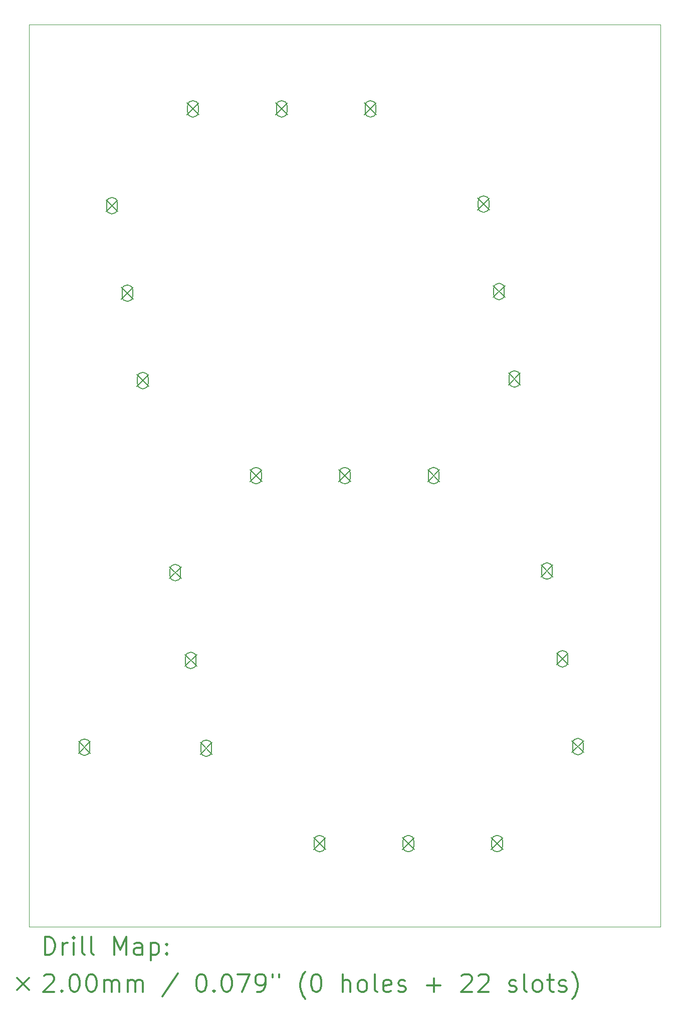
<source format=gbr>
%FSLAX45Y45*%
G04 Gerber Fmt 4.5, Leading zero omitted, Abs format (unit mm)*
G04 Created by KiCad (PCBNEW (2015-01-16 BZR 5376)-product) date 3/22/2015 17:45:10*
%MOMM*%
G01*
G04 APERTURE LIST*
%ADD10C,0.127000*%
%ADD11C,0.100000*%
%ADD12C,0.200000*%
%ADD13C,0.300000*%
G04 APERTURE END LIST*
D10*
D11*
X10668000Y0D02*
X0Y0D01*
X10668000Y15240000D02*
X10668000Y0D01*
X0Y15240000D02*
X10668000Y15240000D01*
X0Y0D02*
X0Y15240000D01*
D12*
X834670Y3133990D02*
X1034670Y2933990D01*
X1034670Y3133990D02*
X834670Y2933990D01*
X1024670Y2983990D02*
X1024670Y3083990D01*
X844670Y2983990D02*
X844670Y3083990D01*
X1024670Y3083990D02*
G75*
G03X844670Y3083990I-90000J0D01*
G01*
X844670Y2983990D02*
G75*
G03X1024670Y2983990I90000J0D01*
G01*
X1299175Y12281145D02*
X1499175Y12081145D01*
X1499175Y12281145D02*
X1299175Y12081145D01*
X1489175Y12131145D02*
X1489175Y12231145D01*
X1309175Y12131145D02*
X1309175Y12231145D01*
X1489175Y12231145D02*
G75*
G03X1309175Y12231145I-90000J0D01*
G01*
X1309175Y12131145D02*
G75*
G03X1489175Y12131145I90000J0D01*
G01*
X1559640Y10803990D02*
X1759640Y10603990D01*
X1759640Y10803990D02*
X1559640Y10603990D01*
X1749640Y10653990D02*
X1749640Y10753990D01*
X1569640Y10653990D02*
X1569640Y10753990D01*
X1749640Y10753990D02*
G75*
G03X1569640Y10753990I-90000J0D01*
G01*
X1569640Y10653990D02*
G75*
G03X1749640Y10653990I90000J0D01*
G01*
X1820105Y9326835D02*
X2020105Y9126835D01*
X2020105Y9326835D02*
X1820105Y9126835D01*
X2010105Y9176835D02*
X2010105Y9276835D01*
X1830105Y9176835D02*
X1830105Y9276835D01*
X2010105Y9276835D02*
G75*
G03X1830105Y9276835I-90000J0D01*
G01*
X1830105Y9176835D02*
G75*
G03X2010105Y9176835I90000J0D01*
G01*
X2369478Y6082713D02*
X2569478Y5882713D01*
X2569478Y6082713D02*
X2369478Y5882713D01*
X2379478Y6032713D02*
X2379478Y5932713D01*
X2559478Y6032713D02*
X2559478Y5932713D01*
X2379478Y5932713D02*
G75*
G03X2559478Y5932713I90000J0D01*
G01*
X2559478Y6032713D02*
G75*
G03X2379478Y6032713I-90000J0D01*
G01*
X2630955Y4599805D02*
X2830955Y4399805D01*
X2830955Y4599805D02*
X2630955Y4399805D01*
X2820955Y4449805D02*
X2820955Y4549805D01*
X2640955Y4449805D02*
X2640955Y4549805D01*
X2820955Y4549805D02*
G75*
G03X2640955Y4549805I-90000J0D01*
G01*
X2640955Y4449805D02*
G75*
G03X2820955Y4449805I90000J0D01*
G01*
X2667035Y13916100D02*
X2867035Y13716100D01*
X2867035Y13916100D02*
X2667035Y13716100D01*
X2857035Y13766100D02*
X2857035Y13866100D01*
X2677035Y13766100D02*
X2677035Y13866100D01*
X2857035Y13866100D02*
G75*
G03X2677035Y13866100I-90000J0D01*
G01*
X2677035Y13766100D02*
G75*
G03X2857035Y13766100I90000J0D01*
G01*
X2892433Y3116898D02*
X3092433Y2916898D01*
X3092433Y3116898D02*
X2892433Y2916898D01*
X2902433Y3066898D02*
X2902433Y2966898D01*
X3082433Y3066898D02*
X3082433Y2966898D01*
X2902433Y2966898D02*
G75*
G03X3082433Y2966898I90000J0D01*
G01*
X3082433Y3066898D02*
G75*
G03X2902433Y3066898I-90000J0D01*
G01*
X3733900Y7721120D02*
X3933900Y7521120D01*
X3933900Y7721120D02*
X3733900Y7521120D01*
X3923900Y7571120D02*
X3923900Y7671120D01*
X3743900Y7571120D02*
X3743900Y7671120D01*
X3923900Y7671120D02*
G75*
G03X3743900Y7671120I-90000J0D01*
G01*
X3743900Y7571120D02*
G75*
G03X3923900Y7571120I90000J0D01*
G01*
X4166990Y13916100D02*
X4366990Y13716100D01*
X4366990Y13916100D02*
X4166990Y13716100D01*
X4356990Y13766100D02*
X4356990Y13866100D01*
X4176990Y13766100D02*
X4176990Y13866100D01*
X4356990Y13866100D02*
G75*
G03X4176990Y13866100I-90000J0D01*
G01*
X4176990Y13766100D02*
G75*
G03X4356990Y13766100I90000J0D01*
G01*
X4807240Y1505430D02*
X5007240Y1305430D01*
X5007240Y1505430D02*
X4807240Y1305430D01*
X4817240Y1455430D02*
X4817240Y1355430D01*
X4997240Y1455430D02*
X4997240Y1355430D01*
X4817240Y1355430D02*
G75*
G03X4997240Y1355430I90000J0D01*
G01*
X4997240Y1455430D02*
G75*
G03X4817240Y1455430I-90000J0D01*
G01*
X5234020Y7721120D02*
X5434020Y7521120D01*
X5434020Y7721120D02*
X5234020Y7521120D01*
X5424020Y7571120D02*
X5424020Y7671120D01*
X5244020Y7571120D02*
X5244020Y7671120D01*
X5424020Y7671120D02*
G75*
G03X5244020Y7671120I-90000J0D01*
G01*
X5244020Y7571120D02*
G75*
G03X5424020Y7571120I90000J0D01*
G01*
X5666945Y13916100D02*
X5866945Y13716100D01*
X5866945Y13916100D02*
X5666945Y13716100D01*
X5856945Y13766100D02*
X5856945Y13866100D01*
X5676945Y13766100D02*
X5676945Y13866100D01*
X5856945Y13866100D02*
G75*
G03X5676945Y13866100I-90000J0D01*
G01*
X5676945Y13766100D02*
G75*
G03X5856945Y13766100I90000J0D01*
G01*
X6307360Y1505430D02*
X6507360Y1305430D01*
X6507360Y1505430D02*
X6307360Y1305430D01*
X6317360Y1455430D02*
X6317360Y1355430D01*
X6497360Y1455430D02*
X6497360Y1355430D01*
X6317360Y1355430D02*
G75*
G03X6497360Y1355430I90000J0D01*
G01*
X6497360Y1455430D02*
G75*
G03X6317360Y1455430I-90000J0D01*
G01*
X6734140Y7721120D02*
X6934140Y7521120D01*
X6934140Y7721120D02*
X6734140Y7521120D01*
X6924140Y7571120D02*
X6924140Y7671120D01*
X6744140Y7571120D02*
X6744140Y7671120D01*
X6924140Y7671120D02*
G75*
G03X6744140Y7671120I-90000J0D01*
G01*
X6744140Y7571120D02*
G75*
G03X6924140Y7571120I90000J0D01*
G01*
X7578645Y12308130D02*
X7778645Y12108130D01*
X7778645Y12308130D02*
X7578645Y12108130D01*
X7768645Y12158130D02*
X7768645Y12258130D01*
X7588645Y12158130D02*
X7588645Y12258130D01*
X7768645Y12258130D02*
G75*
G03X7588645Y12258130I-90000J0D01*
G01*
X7588645Y12158130D02*
G75*
G03X7768645Y12158130I90000J0D01*
G01*
X7807480Y1505430D02*
X8007480Y1305430D01*
X8007480Y1505430D02*
X7807480Y1305430D01*
X7817480Y1455430D02*
X7817480Y1355430D01*
X7997480Y1455430D02*
X7997480Y1355430D01*
X7817480Y1355430D02*
G75*
G03X7997480Y1355430I90000J0D01*
G01*
X7997480Y1455430D02*
G75*
G03X7817480Y1455430I-90000J0D01*
G01*
X7839110Y10830960D02*
X8039110Y10630960D01*
X8039110Y10830960D02*
X7839110Y10630960D01*
X8029110Y10680960D02*
X8029110Y10780960D01*
X7849110Y10680960D02*
X7849110Y10780960D01*
X8029110Y10780960D02*
G75*
G03X7849110Y10780960I-90000J0D01*
G01*
X7849110Y10680960D02*
G75*
G03X8029110Y10680960I90000J0D01*
G01*
X8099575Y9353790D02*
X8299575Y9153790D01*
X8299575Y9353790D02*
X8099575Y9153790D01*
X8289575Y9203790D02*
X8289575Y9303790D01*
X8109575Y9203790D02*
X8109575Y9303790D01*
X8289575Y9303790D02*
G75*
G03X8109575Y9303790I-90000J0D01*
G01*
X8109575Y9203790D02*
G75*
G03X8289575Y9203790I90000J0D01*
G01*
X8648948Y6109653D02*
X8848948Y5909653D01*
X8848948Y6109653D02*
X8648948Y5909653D01*
X8838948Y5959653D02*
X8838948Y6059653D01*
X8658948Y5959653D02*
X8658948Y6059653D01*
X8838948Y6059653D02*
G75*
G03X8658948Y6059653I-90000J0D01*
G01*
X8658948Y5959653D02*
G75*
G03X8838948Y5959653I90000J0D01*
G01*
X8910425Y4626745D02*
X9110425Y4426745D01*
X9110425Y4626745D02*
X8910425Y4426745D01*
X9100425Y4476745D02*
X9100425Y4576745D01*
X8920425Y4476745D02*
X8920425Y4576745D01*
X9100425Y4576745D02*
G75*
G03X8920425Y4576745I-90000J0D01*
G01*
X8920425Y4476745D02*
G75*
G03X9100425Y4476745I90000J0D01*
G01*
X9171903Y3143838D02*
X9371903Y2943838D01*
X9371903Y3143838D02*
X9171903Y2943838D01*
X9361903Y2993838D02*
X9361903Y3093838D01*
X9181903Y2993838D02*
X9181903Y3093838D01*
X9361903Y3093838D02*
G75*
G03X9181903Y3093838I-90000J0D01*
G01*
X9181903Y2993838D02*
G75*
G03X9361903Y2993838I90000J0D01*
G01*
D13*
X266429Y-470714D02*
X266429Y-170714D01*
X337857Y-170714D01*
X380714Y-185000D01*
X409286Y-213571D01*
X423571Y-242143D01*
X437857Y-299286D01*
X437857Y-342143D01*
X423571Y-399286D01*
X409286Y-427857D01*
X380714Y-456429D01*
X337857Y-470714D01*
X266429Y-470714D01*
X566429Y-470714D02*
X566429Y-270714D01*
X566429Y-327857D02*
X580714Y-299286D01*
X595000Y-285000D01*
X623571Y-270714D01*
X652143Y-270714D01*
X752143Y-470714D02*
X752143Y-270714D01*
X752143Y-170714D02*
X737857Y-185000D01*
X752143Y-199286D01*
X766428Y-185000D01*
X752143Y-170714D01*
X752143Y-199286D01*
X937857Y-470714D02*
X909286Y-456429D01*
X895000Y-427857D01*
X895000Y-170714D01*
X1095000Y-470714D02*
X1066429Y-456429D01*
X1052143Y-427857D01*
X1052143Y-170714D01*
X1437857Y-470714D02*
X1437857Y-170714D01*
X1537857Y-385000D01*
X1637857Y-170714D01*
X1637857Y-470714D01*
X1909286Y-470714D02*
X1909286Y-313572D01*
X1895000Y-285000D01*
X1866428Y-270714D01*
X1809286Y-270714D01*
X1780714Y-285000D01*
X1909286Y-456429D02*
X1880714Y-470714D01*
X1809286Y-470714D01*
X1780714Y-456429D01*
X1766428Y-427857D01*
X1766428Y-399286D01*
X1780714Y-370714D01*
X1809286Y-356429D01*
X1880714Y-356429D01*
X1909286Y-342143D01*
X2052143Y-270714D02*
X2052143Y-570714D01*
X2052143Y-285000D02*
X2080714Y-270714D01*
X2137857Y-270714D01*
X2166429Y-285000D01*
X2180714Y-299286D01*
X2195000Y-327857D01*
X2195000Y-413571D01*
X2180714Y-442143D01*
X2166429Y-456429D01*
X2137857Y-470714D01*
X2080714Y-470714D01*
X2052143Y-456429D01*
X2323571Y-442143D02*
X2337857Y-456429D01*
X2323571Y-470714D01*
X2309286Y-456429D01*
X2323571Y-442143D01*
X2323571Y-470714D01*
X2323571Y-285000D02*
X2337857Y-299286D01*
X2323571Y-313572D01*
X2309286Y-299286D01*
X2323571Y-285000D01*
X2323571Y-313572D01*
X-205000Y-865000D02*
X-5000Y-1065000D01*
X-5000Y-865000D02*
X-205000Y-1065000D01*
X252143Y-829286D02*
X266429Y-815000D01*
X295000Y-800714D01*
X366428Y-800714D01*
X395000Y-815000D01*
X409286Y-829286D01*
X423571Y-857857D01*
X423571Y-886429D01*
X409286Y-929286D01*
X237857Y-1100714D01*
X423571Y-1100714D01*
X552143Y-1072143D02*
X566429Y-1086429D01*
X552143Y-1100714D01*
X537857Y-1086429D01*
X552143Y-1072143D01*
X552143Y-1100714D01*
X752143Y-800714D02*
X780714Y-800714D01*
X809286Y-815000D01*
X823571Y-829286D01*
X837857Y-857857D01*
X852143Y-915000D01*
X852143Y-986429D01*
X837857Y-1043571D01*
X823571Y-1072143D01*
X809286Y-1086429D01*
X780714Y-1100714D01*
X752143Y-1100714D01*
X723571Y-1086429D01*
X709286Y-1072143D01*
X695000Y-1043571D01*
X680714Y-986429D01*
X680714Y-915000D01*
X695000Y-857857D01*
X709286Y-829286D01*
X723571Y-815000D01*
X752143Y-800714D01*
X1037857Y-800714D02*
X1066429Y-800714D01*
X1095000Y-815000D01*
X1109286Y-829286D01*
X1123571Y-857857D01*
X1137857Y-915000D01*
X1137857Y-986429D01*
X1123571Y-1043571D01*
X1109286Y-1072143D01*
X1095000Y-1086429D01*
X1066429Y-1100714D01*
X1037857Y-1100714D01*
X1009286Y-1086429D01*
X995000Y-1072143D01*
X980714Y-1043571D01*
X966428Y-986429D01*
X966428Y-915000D01*
X980714Y-857857D01*
X995000Y-829286D01*
X1009286Y-815000D01*
X1037857Y-800714D01*
X1266429Y-1100714D02*
X1266429Y-900714D01*
X1266429Y-929286D02*
X1280714Y-915000D01*
X1309286Y-900714D01*
X1352143Y-900714D01*
X1380714Y-915000D01*
X1395000Y-943571D01*
X1395000Y-1100714D01*
X1395000Y-943571D02*
X1409286Y-915000D01*
X1437857Y-900714D01*
X1480714Y-900714D01*
X1509286Y-915000D01*
X1523571Y-943571D01*
X1523571Y-1100714D01*
X1666428Y-1100714D02*
X1666428Y-900714D01*
X1666428Y-929286D02*
X1680714Y-915000D01*
X1709286Y-900714D01*
X1752143Y-900714D01*
X1780714Y-915000D01*
X1795000Y-943571D01*
X1795000Y-1100714D01*
X1795000Y-943571D02*
X1809286Y-915000D01*
X1837857Y-900714D01*
X1880714Y-900714D01*
X1909286Y-915000D01*
X1923571Y-943571D01*
X1923571Y-1100714D01*
X2509286Y-786429D02*
X2252143Y-1172143D01*
X2895000Y-800714D02*
X2923571Y-800714D01*
X2952143Y-815000D01*
X2966428Y-829286D01*
X2980714Y-857857D01*
X2995000Y-915000D01*
X2995000Y-986429D01*
X2980714Y-1043571D01*
X2966428Y-1072143D01*
X2952143Y-1086429D01*
X2923571Y-1100714D01*
X2895000Y-1100714D01*
X2866428Y-1086429D01*
X2852143Y-1072143D01*
X2837857Y-1043571D01*
X2823571Y-986429D01*
X2823571Y-915000D01*
X2837857Y-857857D01*
X2852143Y-829286D01*
X2866428Y-815000D01*
X2895000Y-800714D01*
X3123571Y-1072143D02*
X3137857Y-1086429D01*
X3123571Y-1100714D01*
X3109286Y-1086429D01*
X3123571Y-1072143D01*
X3123571Y-1100714D01*
X3323571Y-800714D02*
X3352143Y-800714D01*
X3380714Y-815000D01*
X3395000Y-829286D01*
X3409285Y-857857D01*
X3423571Y-915000D01*
X3423571Y-986429D01*
X3409285Y-1043571D01*
X3395000Y-1072143D01*
X3380714Y-1086429D01*
X3352143Y-1100714D01*
X3323571Y-1100714D01*
X3295000Y-1086429D01*
X3280714Y-1072143D01*
X3266428Y-1043571D01*
X3252143Y-986429D01*
X3252143Y-915000D01*
X3266428Y-857857D01*
X3280714Y-829286D01*
X3295000Y-815000D01*
X3323571Y-800714D01*
X3523571Y-800714D02*
X3723571Y-800714D01*
X3595000Y-1100714D01*
X3852143Y-1100714D02*
X3909285Y-1100714D01*
X3937857Y-1086429D01*
X3952143Y-1072143D01*
X3980714Y-1029286D01*
X3995000Y-972143D01*
X3995000Y-857857D01*
X3980714Y-829286D01*
X3966428Y-815000D01*
X3937857Y-800714D01*
X3880714Y-800714D01*
X3852143Y-815000D01*
X3837857Y-829286D01*
X3823571Y-857857D01*
X3823571Y-929286D01*
X3837857Y-957857D01*
X3852143Y-972143D01*
X3880714Y-986429D01*
X3937857Y-986429D01*
X3966428Y-972143D01*
X3980714Y-957857D01*
X3995000Y-929286D01*
X4109286Y-800714D02*
X4109286Y-857857D01*
X4223571Y-800714D02*
X4223571Y-857857D01*
X4666428Y-1215000D02*
X4652143Y-1200714D01*
X4623571Y-1157857D01*
X4609286Y-1129286D01*
X4595000Y-1086429D01*
X4580714Y-1015000D01*
X4580714Y-957857D01*
X4595000Y-886429D01*
X4609286Y-843571D01*
X4623571Y-815000D01*
X4652143Y-772143D01*
X4666428Y-757857D01*
X4837857Y-800714D02*
X4866428Y-800714D01*
X4895000Y-815000D01*
X4909286Y-829286D01*
X4923571Y-857857D01*
X4937857Y-915000D01*
X4937857Y-986429D01*
X4923571Y-1043571D01*
X4909286Y-1072143D01*
X4895000Y-1086429D01*
X4866428Y-1100714D01*
X4837857Y-1100714D01*
X4809286Y-1086429D01*
X4795000Y-1072143D01*
X4780714Y-1043571D01*
X4766428Y-986429D01*
X4766428Y-915000D01*
X4780714Y-857857D01*
X4795000Y-829286D01*
X4809286Y-815000D01*
X4837857Y-800714D01*
X5295000Y-1100714D02*
X5295000Y-800714D01*
X5423571Y-1100714D02*
X5423571Y-943571D01*
X5409286Y-915000D01*
X5380714Y-900714D01*
X5337857Y-900714D01*
X5309286Y-915000D01*
X5295000Y-929286D01*
X5609285Y-1100714D02*
X5580714Y-1086429D01*
X5566428Y-1072143D01*
X5552143Y-1043571D01*
X5552143Y-957857D01*
X5566428Y-929286D01*
X5580714Y-915000D01*
X5609285Y-900714D01*
X5652143Y-900714D01*
X5680714Y-915000D01*
X5695000Y-929286D01*
X5709285Y-957857D01*
X5709285Y-1043571D01*
X5695000Y-1072143D01*
X5680714Y-1086429D01*
X5652143Y-1100714D01*
X5609285Y-1100714D01*
X5880714Y-1100714D02*
X5852143Y-1086429D01*
X5837857Y-1057857D01*
X5837857Y-800714D01*
X6109286Y-1086429D02*
X6080714Y-1100714D01*
X6023571Y-1100714D01*
X5995000Y-1086429D01*
X5980714Y-1057857D01*
X5980714Y-943571D01*
X5995000Y-915000D01*
X6023571Y-900714D01*
X6080714Y-900714D01*
X6109286Y-915000D01*
X6123571Y-943571D01*
X6123571Y-972143D01*
X5980714Y-1000714D01*
X6237857Y-1086429D02*
X6266428Y-1100714D01*
X6323571Y-1100714D01*
X6352143Y-1086429D01*
X6366428Y-1057857D01*
X6366428Y-1043571D01*
X6352143Y-1015000D01*
X6323571Y-1000714D01*
X6280714Y-1000714D01*
X6252143Y-986429D01*
X6237857Y-957857D01*
X6237857Y-943571D01*
X6252143Y-915000D01*
X6280714Y-900714D01*
X6323571Y-900714D01*
X6352143Y-915000D01*
X6723571Y-986429D02*
X6952143Y-986429D01*
X6837857Y-1100714D02*
X6837857Y-872143D01*
X7309286Y-829286D02*
X7323571Y-815000D01*
X7352143Y-800714D01*
X7423571Y-800714D01*
X7452143Y-815000D01*
X7466428Y-829286D01*
X7480714Y-857857D01*
X7480714Y-886429D01*
X7466428Y-929286D01*
X7295000Y-1100714D01*
X7480714Y-1100714D01*
X7595000Y-829286D02*
X7609286Y-815000D01*
X7637857Y-800714D01*
X7709286Y-800714D01*
X7737857Y-815000D01*
X7752143Y-829286D01*
X7766428Y-857857D01*
X7766428Y-886429D01*
X7752143Y-929286D01*
X7580714Y-1100714D01*
X7766428Y-1100714D01*
X8109286Y-1086429D02*
X8137857Y-1100714D01*
X8195000Y-1100714D01*
X8223571Y-1086429D01*
X8237857Y-1057857D01*
X8237857Y-1043571D01*
X8223571Y-1015000D01*
X8195000Y-1000714D01*
X8152143Y-1000714D01*
X8123571Y-986429D01*
X8109286Y-957857D01*
X8109286Y-943571D01*
X8123571Y-915000D01*
X8152143Y-900714D01*
X8195000Y-900714D01*
X8223571Y-915000D01*
X8409286Y-1100714D02*
X8380714Y-1086429D01*
X8366428Y-1057857D01*
X8366428Y-800714D01*
X8566428Y-1100714D02*
X8537857Y-1086429D01*
X8523571Y-1072143D01*
X8509286Y-1043571D01*
X8509286Y-957857D01*
X8523571Y-929286D01*
X8537857Y-915000D01*
X8566428Y-900714D01*
X8609286Y-900714D01*
X8637857Y-915000D01*
X8652143Y-929286D01*
X8666428Y-957857D01*
X8666428Y-1043571D01*
X8652143Y-1072143D01*
X8637857Y-1086429D01*
X8609286Y-1100714D01*
X8566428Y-1100714D01*
X8752143Y-900714D02*
X8866428Y-900714D01*
X8795000Y-800714D02*
X8795000Y-1057857D01*
X8809286Y-1086429D01*
X8837857Y-1100714D01*
X8866428Y-1100714D01*
X8952143Y-1086429D02*
X8980714Y-1100714D01*
X9037857Y-1100714D01*
X9066429Y-1086429D01*
X9080714Y-1057857D01*
X9080714Y-1043571D01*
X9066429Y-1015000D01*
X9037857Y-1000714D01*
X8995000Y-1000714D01*
X8966429Y-986429D01*
X8952143Y-957857D01*
X8952143Y-943571D01*
X8966429Y-915000D01*
X8995000Y-900714D01*
X9037857Y-900714D01*
X9066429Y-915000D01*
X9180714Y-1215000D02*
X9195000Y-1200714D01*
X9223571Y-1157857D01*
X9237857Y-1129286D01*
X9252143Y-1086429D01*
X9266428Y-1015000D01*
X9266428Y-957857D01*
X9252143Y-886429D01*
X9237857Y-843571D01*
X9223571Y-815000D01*
X9195000Y-772143D01*
X9180714Y-757857D01*
M02*

</source>
